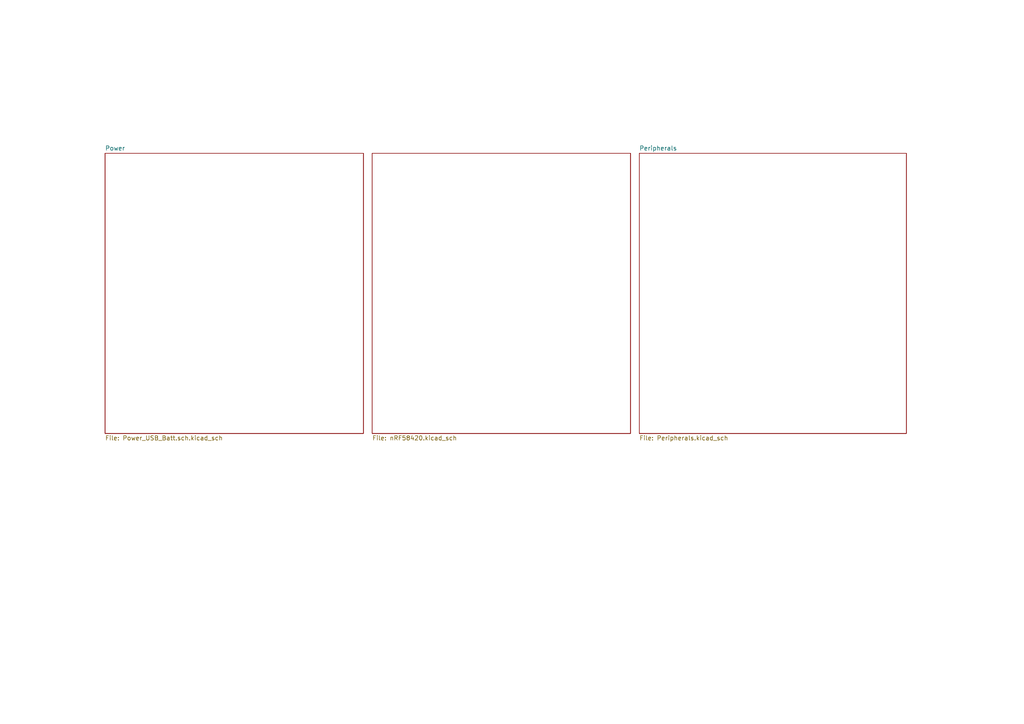
<source format=kicad_sch>
(kicad_sch
	(version 20250114)
	(generator "eeschema")
	(generator_version "9.0")
	(uuid "179424ee-5b20-4f30-b424-5750e26f83a1")
	(paper "A4")
	(title_block
		(title "LoRa Hub")
	)
	(lib_symbols)
	(sheet
		(at 107.95 44.45)
		(size 74.93 81.28)
		(exclude_from_sim no)
		(in_bom yes)
		(on_board yes)
		(dnp no)
		(fields_autoplaced yes)
		(stroke
			(width 0.1524)
			(type solid)
		)
		(fill
			(color 0 0 0 0.0000)
		)
		(uuid "335821f6-2db5-4f15-b9a2-6034f999c194")
		(property "Sheetname" "nRF52840 and LoRa"
			(at 107.95 43.7384 0)
			(effects
				(font
					(size 1.27 1.27)
				)
				(justify left bottom)
				(hide yes)
			)
		)
		(property "Sheetfile" "nRF58420.kicad_sch"
			(at 107.95 126.3146 0)
			(effects
				(font
					(size 1.27 1.27)
				)
				(justify left top)
			)
		)
		(instances
			(project "LoRa_Project"
				(path "/179424ee-5b20-4f30-b424-5750e26f83a1"
					(page "3")
				)
			)
		)
	)
	(sheet
		(at 30.48 44.45)
		(size 74.93 81.28)
		(exclude_from_sim no)
		(in_bom yes)
		(on_board yes)
		(dnp no)
		(fields_autoplaced yes)
		(stroke
			(width 0.1524)
			(type solid)
		)
		(fill
			(color 0 0 0 0.0000)
		)
		(uuid "4927cd72-e16a-43de-8cdd-cc75baf4e465")
		(property "Sheetname" "Power"
			(at 30.48 43.7384 0)
			(effects
				(font
					(size 1.27 1.27)
				)
				(justify left bottom)
			)
		)
		(property "Sheetfile" "Power_USB_Batt.sch.kicad_sch"
			(at 30.48 126.3146 0)
			(effects
				(font
					(size 1.27 1.27)
				)
				(justify left top)
			)
		)
		(instances
			(project "LoRa_Project"
				(path "/179424ee-5b20-4f30-b424-5750e26f83a1"
					(page "2")
				)
			)
		)
	)
	(sheet
		(at 185.42 44.45)
		(size 77.47 81.28)
		(exclude_from_sim no)
		(in_bom yes)
		(on_board yes)
		(dnp no)
		(fields_autoplaced yes)
		(stroke
			(width 0.1524)
			(type solid)
		)
		(fill
			(color 0 0 0 0.0000)
		)
		(uuid "6e3a8d8f-f1a7-4c89-8d09-95dd54fad78b")
		(property "Sheetname" "Peripherals"
			(at 185.42 43.7384 0)
			(effects
				(font
					(size 1.27 1.27)
				)
				(justify left bottom)
			)
		)
		(property "Sheetfile" "Peripherals.kicad_sch"
			(at 185.42 126.3146 0)
			(effects
				(font
					(size 1.27 1.27)
				)
				(justify left top)
			)
		)
		(instances
			(project "LoRa_Project"
				(path "/179424ee-5b20-4f30-b424-5750e26f83a1"
					(page "4")
				)
			)
		)
	)
	(sheet_instances
		(path "/"
			(page "1")
		)
	)
	(embedded_fonts no)
)

</source>
